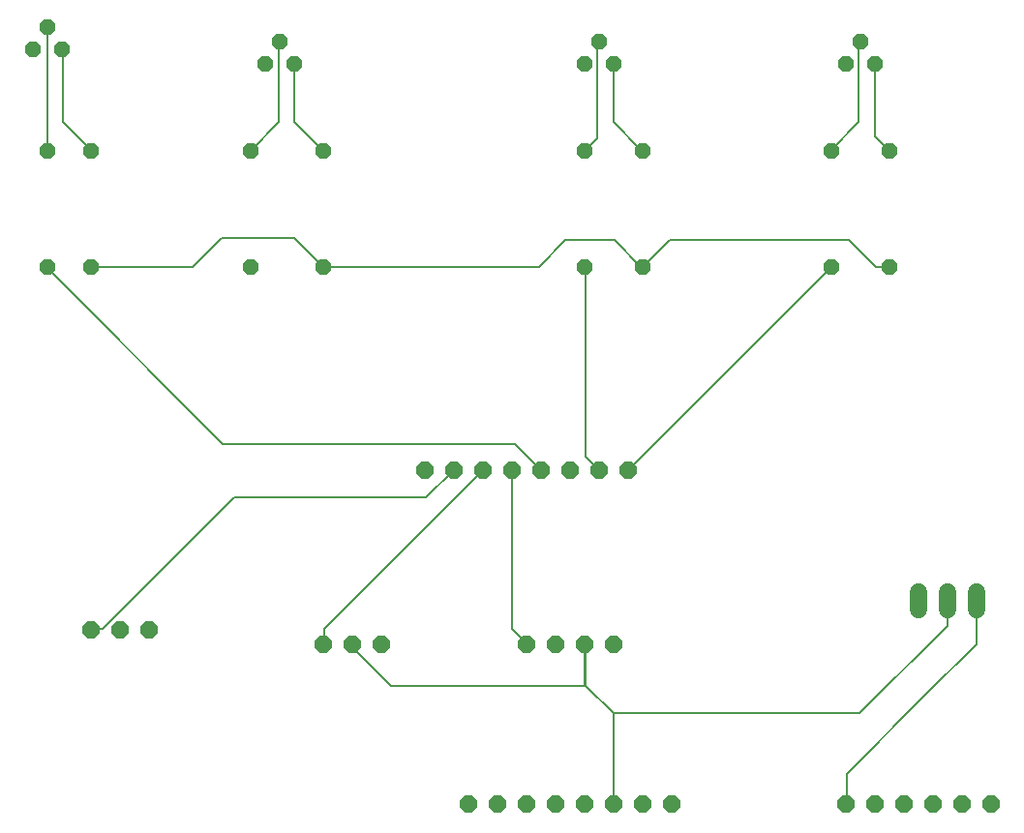
<source format=gbr>
G04 EAGLE Gerber RS-274X export*
G75*
%MOMM*%
%FSLAX34Y34*%
%LPD*%
%INTop Copper*%
%IPPOS*%
%AMOC8*
5,1,8,0,0,1.08239X$1,22.5*%
G01*
%ADD10C,1.524000*%
%ADD11P,1.632244X8X22.500000*%
%ADD12P,1.539592X8X292.500000*%
%ADD13P,1.539592X8X112.500000*%
%ADD14P,1.429621X8X22.500000*%
%ADD15P,1.632244X8X292.500000*%
%ADD16P,1.632244X8X202.500000*%
%ADD17C,0.152400*%


D10*
X876300Y233680D02*
X876300Y248920D01*
X901700Y248920D02*
X901700Y233680D01*
X927100Y233680D02*
X927100Y248920D01*
D11*
X812800Y63500D03*
X838200Y63500D03*
X863600Y63500D03*
X889000Y63500D03*
X914400Y63500D03*
X939800Y63500D03*
X444500Y355600D03*
X469900Y355600D03*
X495300Y355600D03*
X520700Y355600D03*
X546100Y355600D03*
X571500Y355600D03*
X596900Y355600D03*
X622300Y355600D03*
D12*
X152400Y635000D03*
X152400Y533400D03*
D13*
X114300Y533400D03*
X114300Y635000D03*
X355600Y533400D03*
X355600Y635000D03*
D12*
X292100Y635000D03*
X292100Y533400D03*
X635000Y635000D03*
X635000Y533400D03*
X584200Y635000D03*
X584200Y533400D03*
X850900Y635000D03*
X850900Y533400D03*
X800100Y635000D03*
X800100Y533400D03*
D14*
X127000Y723900D03*
X114300Y742950D03*
X101600Y723900D03*
X330200Y711200D03*
X317500Y730250D03*
X304800Y711200D03*
X609600Y711200D03*
X596900Y730250D03*
X584200Y711200D03*
X838200Y711200D03*
X825500Y730250D03*
X812800Y711200D03*
D15*
X152400Y215900D03*
X177800Y215900D03*
X203200Y215900D03*
X355600Y203200D03*
X381000Y203200D03*
X406400Y203200D03*
D11*
X482600Y63500D03*
X508000Y63500D03*
X533400Y63500D03*
X558800Y63500D03*
X584200Y63500D03*
X609600Y63500D03*
X635000Y63500D03*
X660400Y63500D03*
D16*
X609600Y203200D03*
X584200Y203200D03*
X558800Y203200D03*
X533400Y203200D03*
D17*
X114300Y635000D02*
X114300Y742950D01*
X128016Y723900D02*
X128016Y659892D01*
X152400Y635508D01*
X128016Y723900D02*
X127000Y723900D01*
X152400Y635508D02*
X152400Y635000D01*
X316992Y659892D02*
X316992Y729996D01*
X316992Y659892D02*
X292100Y635000D01*
X316992Y729996D02*
X317500Y730250D01*
X330708Y710184D02*
X330708Y659892D01*
X355600Y635000D01*
X330708Y710184D02*
X330200Y711200D01*
X595884Y729996D02*
X595884Y646176D01*
X585216Y635508D01*
X595884Y729996D02*
X596900Y730250D01*
X585216Y635508D02*
X584200Y635000D01*
X609600Y659892D02*
X609600Y711200D01*
X609600Y659892D02*
X633984Y635508D01*
X635000Y635000D01*
X824484Y659892D02*
X824484Y729996D01*
X824484Y659892D02*
X800100Y635508D01*
X824484Y729996D02*
X825500Y730250D01*
X800100Y635508D02*
X800100Y635000D01*
X838200Y647700D02*
X838200Y711200D01*
X838200Y647700D02*
X850900Y635000D01*
X163068Y216408D02*
X152400Y216408D01*
X163068Y216408D02*
X278384Y331724D01*
X446024Y331724D01*
X469900Y355600D01*
X152400Y216408D02*
X152400Y215900D01*
X381000Y203200D02*
X381000Y200660D01*
X415036Y166624D01*
X584200Y166624D01*
X609600Y142748D02*
X609600Y63500D01*
X584200Y166624D02*
X584200Y203200D01*
X585724Y166624D02*
X609600Y142748D01*
X901700Y219456D02*
X901700Y241300D01*
X901700Y219456D02*
X824992Y142748D01*
X609600Y142748D01*
X544576Y533400D02*
X567944Y556768D01*
X610616Y556768D01*
X633984Y533400D01*
X635000Y533400D01*
X241300Y533400D02*
X152400Y533400D01*
X241300Y533400D02*
X266700Y558800D01*
X330200Y558800D02*
X355600Y533400D01*
X330200Y558800D02*
X266700Y558800D01*
X355600Y533400D02*
X544576Y533400D01*
X584200Y203200D02*
X585724Y201676D01*
X585724Y166624D01*
X356616Y204216D02*
X356616Y216408D01*
X495300Y355092D01*
X356616Y204216D02*
X355600Y203200D01*
X495300Y355092D02*
X495300Y355600D01*
X268224Y378460D02*
X114300Y532384D01*
X114300Y533400D01*
X268224Y378460D02*
X523748Y378460D01*
X545592Y356616D01*
X546100Y355600D01*
X585216Y367284D02*
X585216Y533400D01*
X585216Y367284D02*
X596900Y355600D01*
X585216Y533400D02*
X584200Y533400D01*
X622300Y355600D02*
X800100Y533400D01*
X521208Y355092D02*
X521208Y216408D01*
X533400Y204216D01*
X521208Y355092D02*
X520700Y355600D01*
X533400Y204216D02*
X533400Y203200D01*
X813816Y89916D02*
X813816Y64008D01*
X927100Y203200D02*
X927100Y241300D01*
X927100Y203200D02*
X882650Y158750D01*
X813816Y89916D01*
X813816Y64008D02*
X812800Y63500D01*
X839216Y533400D02*
X850900Y533400D01*
X839216Y533400D02*
X815848Y556768D01*
X658876Y556768D01*
X635508Y533400D01*
M02*

</source>
